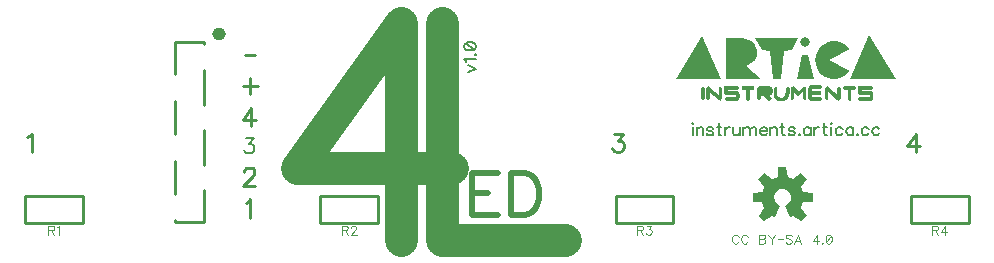
<source format=gbr>
G04 DipTrace 3.3.1.3*
G04 TopSilk.gbr*
%MOIN*%
G04 #@! TF.FileFunction,Legend,Top*
G04 #@! TF.Part,Single*
%ADD10C,0.009843*%
%ADD17O,0.04467X0.043737*%
%ADD19C,0.015584*%
%ADD20C,0.032777*%
%ADD21C,0.012511*%
%ADD22C,0.012511*%
%ADD23C,0.012438*%
%ADD24C,0.012438*%
%ADD25C,0.013974*%
%ADD26O,0.015584X0.014044*%
%ADD27O,0.026485X0.032763*%
%ADD28O,0.007829X0.006247*%
%ADD29C,0.014047*%
%ADD30O,0.015657X0.014044*%
%ADD31O,0.012438X0.014044*%
%ADD32O,0.012438X0.010921*%
%ADD45C,0.004632*%
%ADD46C,0.009264*%
%ADD47C,0.006176*%
%ADD48C,0.111163*%
%ADD49C,0.021615*%
%ADD50C,0.00772*%
%FSLAX26Y26*%
G04*
G70*
G90*
G75*
G01*
G04 TopSilk*
%LPD*%
X3934583Y584921D2*
D10*
X3742583D1*
Y674921D1*
X3934583D1*
Y584921D1*
X2950331D2*
X2758331D1*
Y674921D1*
X2950331D1*
Y584921D1*
X1966079D2*
X1774079D1*
Y674921D1*
X1966079D1*
Y584921D1*
X789827Y674921D2*
X981827D1*
Y584921D1*
X789827D1*
Y674921D1*
D17*
X1435911Y1213958D3*
X1289556Y680238D2*
D10*
Y790524D1*
Y585940D2*
Y593673D1*
Y585940D2*
X1387610D1*
Y692131D1*
Y778696D2*
Y892816D1*
X1289556Y880274D2*
Y990559D1*
X1387610Y978666D2*
Y1092852D1*
X1289556Y1080374D2*
Y1185850D1*
X1387610Y1178832D2*
Y1185850D1*
X1289556D1*
D19*
X3127554Y1033347D3*
G36*
X2960630Y1062987D2*
X3044988Y1206753D1*
X3110616Y1062987D1*
X2960630D1*
G37*
G36*
X3124444Y1200262D2*
X3183707D1*
X3191536Y1198712D1*
X3202437Y1194038D1*
X3210266Y1189363D1*
X3218021Y1183117D1*
X3222704Y1176870D1*
X3227386Y1167522D1*
X3228922Y1159702D1*
X3230532Y1148803D1*
X3228922Y1139433D1*
X3224240Y1128512D1*
X3218021Y1122265D1*
X3210266Y1116040D1*
X3200901Y1111344D1*
X3193072Y1108243D1*
X3241434Y1062987D1*
X3124444D1*
Y1200262D1*
G37*
G36*
X3222704D2*
X3366251D1*
X3345985Y1161275D1*
X3317890Y1156601D1*
X3308525Y1064559D1*
X3281966D1*
X3272601Y1156601D1*
X3244580Y1161275D1*
X3222704Y1200262D1*
G37*
G36*
X3380299Y1142556D2*
X3400565D1*
X3420832Y1062987D1*
X3361569D1*
X3380299Y1142556D1*
G37*
G36*
X3537821Y1089502D2*
X3469193Y1126961D1*
X3537821Y1162825D1*
X3528456Y1173746D1*
X3519091Y1179993D1*
X3506653Y1186240D1*
X3494142Y1189363D1*
X3480095D1*
X3467657Y1186240D1*
X3455146Y1181544D1*
X3444244Y1173746D1*
X3434879Y1162825D1*
X3428660Y1151905D1*
X3425514Y1139433D1*
X3423978Y1126961D1*
X3425514Y1112917D1*
X3428660Y1100423D1*
X3436416Y1087952D1*
X3445781Y1078604D1*
X3456682Y1070784D1*
X3469193Y1066110D1*
X3480095Y1062987D1*
X3494142D1*
X3506653Y1066110D1*
X3520701Y1072357D1*
X3537821Y1089502D1*
G37*
G36*
X3539357Y1064559D2*
X3603376Y1209633D1*
X3692270Y1062987D1*
X3539357Y1064559D1*
G37*
D20*
X3390396Y1185454D3*
G36*
X3043305Y1033347D2*
X3055816D1*
Y995910D1*
X3043305D1*
Y1033347D1*
G37*
D21*
X3049561Y1034909D3*
D22*
Y995910D3*
G36*
X3060499Y1033347D2*
X3072937D1*
Y995910D1*
X3060499D1*
Y1033347D1*
G37*
D23*
X3066718Y1034909D3*
D24*
Y995910D3*
G36*
X3101032Y1033347D2*
X3113543D1*
Y995910D1*
X3101032D1*
Y1033347D1*
G37*
D21*
X3107287Y1034909D3*
D22*
Y995910D3*
G36*
X3193072Y1031797D2*
X3205583D1*
Y994360D1*
X3193072D1*
Y1031797D1*
G37*
D21*
X3199328Y1033358D3*
Y994349D3*
D25*
X3164209Y1015404D3*
D26*
X3163404Y998258D3*
D19*
X3573708Y1033347D3*
G36*
X3180561Y1041145D2*
X3218021D1*
Y1028673D1*
X3180561D1*
Y1041145D1*
G37*
D21*
X3182134Y1034909D3*
D23*
X3216485D3*
G36*
X3230532Y1033347D2*
X3242970D1*
Y995910D1*
X3230532D1*
Y1033347D1*
G37*
D23*
X3236751Y1034909D3*
D24*
Y995910D3*
G36*
X3285112Y1033347D2*
X3297623D1*
Y1014629D1*
X3285112D1*
Y1033347D1*
G37*
D21*
X3291368Y1034909D3*
G36*
X3236751Y1041145D2*
X3271065D1*
Y1008382D1*
X3236751D1*
Y1041145D1*
G37*
G36*
X3325645Y1033347D2*
X3338156D1*
Y1019303D1*
X3325645D1*
Y1033347D1*
G37*
D21*
X3331901Y1034909D3*
D27*
X3268724Y1024763D3*
G36*
X3531602Y1031797D2*
X3544040D1*
Y994360D1*
X3531602D1*
Y1031797D1*
G37*
D23*
X3537821Y1033358D3*
Y994349D3*
G36*
X3519091Y1041145D2*
X3556551D1*
Y1028673D1*
X3519091D1*
Y1041145D1*
G37*
D21*
X3520664Y1034909D3*
X3554978D3*
G36*
X3398956Y1033347D2*
X3411467D1*
Y995910D1*
X3398956D1*
Y1033347D1*
G37*
D21*
X3405211Y1034909D3*
D22*
Y995910D3*
G36*
X3381835Y1033347D2*
X3394346D1*
Y995910D1*
X3381835D1*
Y1033347D1*
G37*
D21*
X3388091Y1034909D3*
D22*
Y995910D3*
G36*
X3341302Y1033347D2*
X3353740D1*
Y995910D1*
X3341302D1*
Y1033347D1*
G37*
D23*
X3347521Y1034909D3*
D24*
Y995910D3*
G36*
X3288259Y1017752D2*
X3297623D1*
Y1008382D1*
X3288259D1*
Y1017752D1*
G37*
D28*
X3367020Y1009955D3*
D29*
X3610400Y1015404D3*
D30*
X3609595Y998258D3*
G36*
X3575281Y1041145D2*
X3612741D1*
Y1028673D1*
X3575281D1*
Y1041145D1*
G37*
D23*
X3576817Y1034909D3*
D21*
X3611168D3*
G36*
X3570599Y1022426D2*
X3608059D1*
Y1011505D1*
X3570599D1*
Y1022426D1*
G37*
D31*
X3572135Y1018528D3*
G36*
X3570599Y1002157D2*
X3608059D1*
Y991236D1*
X3570599D1*
Y1002157D1*
G37*
G36*
X3066718Y1041145D2*
X3110397Y1002157D1*
X3108860Y989663D1*
X3102568Y992787D1*
X3066718Y1023999D1*
Y1041145D1*
G37*
G36*
X3455146Y1033347D2*
X3467657D1*
Y995910D1*
X3455146D1*
Y1033347D1*
G37*
D21*
X3461401Y1034909D3*
D22*
Y995910D3*
G36*
X3495679Y1033347D2*
X3508190D1*
Y995910D1*
X3495679D1*
Y1033347D1*
G37*
D21*
X3501934Y1034909D3*
D22*
Y995910D3*
G36*
X3461365Y1041145D2*
X3505044Y1002157D1*
X3503507Y989663D1*
X3497288Y992787D1*
X3461365Y1023999D1*
Y1041145D1*
G37*
G36*
X3129127D2*
X3166514D1*
Y1028673D1*
X3129127D1*
Y1041145D1*
G37*
D23*
X3130663Y1034909D3*
X3164977D3*
G36*
X3124444Y1022426D2*
X3161904D1*
Y1011505D1*
X3124444D1*
Y1022426D1*
G37*
D31*
X3125981Y1018528D3*
D32*
X3570599Y996697D3*
G36*
X3124444Y1002157D2*
X3161904D1*
Y991236D1*
X3124444D1*
Y1002157D1*
G37*
D32*
Y996697D3*
D23*
X3160295Y997472D3*
D22*
X3274174Y995910D3*
G36*
X3249262Y1009955D2*
X3269529Y991236D1*
X3278894Y1000584D1*
X3266382Y1013078D1*
X3249262Y1009955D1*
G37*
G36*
X3310061Y989663D2*
X3320963D1*
X3331937Y997483D1*
X3336620Y1008382D1*
X3338156Y1020876D1*
X3325645Y1022426D1*
X3324109Y1009955D1*
X3310061Y989663D1*
G37*
G36*
X3285112Y1020876D2*
Y1005281D1*
X3296014Y991236D1*
X3313207Y989663D1*
X3327255Y999034D1*
X3319426Y1003708D1*
X3313207Y1000584D1*
X3303842Y1002157D1*
X3285112Y1020876D1*
G37*
G36*
X3349058Y1041145D2*
X3367788Y1023999D1*
X3384981Y1039594D1*
X3391200Y1030224D1*
X3370934Y1009955D1*
X3363105D1*
X3349058Y1023999D1*
Y1041145D1*
G37*
G36*
X3119762Y1031797D2*
X3132200D1*
Y1019303D1*
X3119762D1*
Y1031797D1*
G37*
G36*
X3160295Y1013078D2*
X3171196D1*
Y999034D1*
X3160295D1*
Y1013078D1*
G37*
G36*
X3405248Y1042717D2*
X3442635D1*
Y1030224D1*
X3405248D1*
Y1042717D1*
G37*
D24*
X3406784Y1036471D3*
X3441098D3*
G36*
X3403638Y1022426D2*
X3441098D1*
Y1009955D1*
X3403638D1*
Y1022426D1*
G37*
D21*
X3405211Y1016190D3*
D23*
X3439562D3*
G36*
X3405248Y1002157D2*
X3442635D1*
Y989663D1*
X3405248D1*
Y1002157D1*
G37*
D24*
X3406784Y995910D3*
X3441098D3*
D21*
X3606486Y997472D3*
G36*
X3565916Y1031797D2*
X3578354D1*
Y1019303D1*
X3565916D1*
Y1031797D1*
G37*
G36*
X3606449Y1013078D2*
X3617424D1*
Y999034D1*
X3606449D1*
Y1013078D1*
G37*
G36*
X3300923Y769132D2*
X3327441D1*
X3332113Y737934D1*
X3350843Y730130D1*
X3375803Y750420D1*
X3396071Y730130D1*
X3375803Y705176D1*
X3383611Y688007D1*
X3414801Y683325D1*
Y655249D1*
X3383611Y652127D1*
X3375803Y633416D1*
X3394513Y608443D1*
X3375803Y589732D1*
X3350843Y608443D1*
X3339921Y603779D1*
X3324326Y641220D1*
X3335248Y650566D1*
X3343036Y661492D1*
Y673978D1*
X3339921Y684886D1*
X3330556Y692689D1*
X3319633Y697372D1*
X3307153D1*
X3296231Y691129D1*
X3290001Y681764D1*
X3286886Y669296D1*
X3290001Y656809D1*
X3297808Y645884D1*
X3305596Y641220D1*
X3290001Y603779D1*
X3279078Y608443D1*
X3254118Y589732D1*
X3235408Y608443D1*
X3254118Y634976D1*
X3246311Y652127D1*
X3215121Y655249D1*
Y683325D1*
X3247888Y686446D1*
X3254118Y705176D1*
X3233851Y730130D1*
X3254118Y748860D1*
X3279078Y730130D1*
X3297808Y736373D1*
X3300923Y769132D1*
G37*
X3813142Y560387D2*
D45*
X3826042D1*
X3830353Y561846D1*
X3831812Y563272D1*
X3833238Y566124D1*
Y569009D1*
X3831812Y571861D1*
X3830353Y573320D1*
X3826042Y574746D1*
X3813142D1*
Y544602D1*
X3823190Y560387D2*
X3833238Y544602D1*
X3856860D2*
Y574713D1*
X3842501Y554650D1*
X3864023D1*
X2829603Y560387D2*
X2842503D1*
X2846814Y561846D1*
X2848273Y563272D1*
X2849699Y566124D1*
Y569009D1*
X2848273Y571861D1*
X2846814Y573320D1*
X2842503Y574746D1*
X2829603D1*
Y544602D1*
X2839651Y560387D2*
X2849699Y544602D1*
X2861848Y574713D2*
X2877599D1*
X2869010Y563239D1*
X2873322D1*
X2876173Y561813D1*
X2877599Y560387D1*
X2879058Y556076D1*
Y553224D1*
X2877599Y548913D1*
X2874747Y546028D1*
X2870436Y544602D1*
X2866125D1*
X2861848Y546028D1*
X2860422Y547487D1*
X2858962Y550339D1*
X1845351Y560387D2*
X1858251D1*
X1862562Y561846D1*
X1864021Y563272D1*
X1865447Y566124D1*
Y569009D1*
X1864021Y571861D1*
X1862562Y573320D1*
X1858251Y574746D1*
X1845351D1*
Y544602D1*
X1855399Y560387D2*
X1865447Y544602D1*
X1876170Y567550D2*
Y568976D1*
X1877596Y571861D1*
X1879022Y573287D1*
X1881907Y574713D1*
X1887644D1*
X1890495Y573287D1*
X1891921Y571861D1*
X1893381Y568976D1*
Y566124D1*
X1891921Y563239D1*
X1889070Y558961D1*
X1874711Y544602D1*
X1894807D1*
X867549Y560387D2*
X880449D1*
X884760Y561846D1*
X886219Y563272D1*
X887645Y566124D1*
Y569009D1*
X886219Y571861D1*
X884760Y573320D1*
X880449Y574746D1*
X867549D1*
Y544602D1*
X877597Y560387D2*
X887645Y544602D1*
X896909Y568976D2*
X899794Y570435D1*
X904105Y574713D1*
Y544602D1*
X1768533Y885427D2*
D46*
Y888279D1*
X1771385Y894049D1*
X1774237Y896901D1*
X1780007Y899753D1*
X1791481D1*
X1797185Y896901D1*
X1800037Y894049D1*
X1802955Y888279D1*
Y882575D1*
X1800037Y876805D1*
X1794333Y868249D1*
X1765615Y839531D1*
X1805807D1*
X2752634Y881003D2*
X2784138D1*
X2766960Y858055D1*
X2775582D1*
X2781286Y855203D1*
X2784138Y852351D1*
X2787056Y843729D1*
Y838026D1*
X2784138Y829404D1*
X2778434Y823633D1*
X2769812Y820782D1*
X2761190D1*
X2752634Y823633D1*
X2749782Y826552D1*
X2746864Y832255D1*
X3758603Y820782D2*
Y881003D1*
X3729885Y840878D1*
X3772929D1*
X3012611Y916668D2*
D47*
X3014513Y914767D1*
X3016458Y916668D1*
X3014513Y918613D1*
X3012611Y916668D1*
X3014513Y903271D2*
Y876476D1*
X3028810Y903271D2*
Y876476D1*
Y895621D2*
X3034558Y901369D1*
X3038404Y903271D1*
X3044108D1*
X3047955Y901369D1*
X3049856Y895621D1*
Y876476D1*
X3083254Y897523D2*
X3081353Y901369D1*
X3075605Y903271D1*
X3069857D1*
X3064109Y901369D1*
X3062208Y897523D1*
X3064109Y893720D1*
X3067956Y891775D1*
X3077506Y889873D1*
X3081353Y887972D1*
X3083254Y884125D1*
Y882224D1*
X3081353Y878421D1*
X3075605Y876476D1*
X3069857D1*
X3064109Y878421D1*
X3062208Y882224D1*
X3101354Y916668D2*
Y884125D1*
X3103255Y878421D1*
X3107102Y876476D1*
X3110904D1*
X3095606Y903271D2*
X3109003D1*
X3123256D2*
Y876476D1*
Y891775D2*
X3125201Y897523D1*
X3129004Y901369D1*
X3132850Y903271D1*
X3138599D1*
X3150950D2*
Y884125D1*
X3152851Y878421D1*
X3156698Y876476D1*
X3162446D1*
X3166249Y878421D1*
X3171997Y884125D1*
Y903271D2*
Y876476D1*
X3184348Y903271D2*
Y876476D1*
Y895621D2*
X3190096Y901369D1*
X3193943Y903271D1*
X3199647D1*
X3203493Y901369D1*
X3205395Y895621D1*
Y876476D1*
Y895621D2*
X3211143Y901369D1*
X3214989Y903271D1*
X3220693D1*
X3224540Y901369D1*
X3226485Y895621D1*
Y876476D1*
X3238837Y891775D2*
X3261785D1*
Y895621D1*
X3259883Y899468D1*
X3257982Y901369D1*
X3254135Y903271D1*
X3248387D1*
X3244585Y901369D1*
X3240738Y897523D1*
X3238837Y891775D1*
Y887972D1*
X3240738Y882224D1*
X3244585Y878421D1*
X3248387Y876476D1*
X3254135D1*
X3257982Y878421D1*
X3261785Y882224D1*
X3274136Y903271D2*
Y876476D1*
Y895621D2*
X3279884Y901369D1*
X3283731Y903271D1*
X3289435D1*
X3293282Y901369D1*
X3295183Y895621D1*
Y876476D1*
X3313282Y916668D2*
Y884125D1*
X3315183Y878421D1*
X3319030Y876476D1*
X3322833D1*
X3307534Y903271D2*
X3320932D1*
X3356231Y897523D2*
X3354330Y901369D1*
X3348582Y903271D1*
X3342833D1*
X3337085Y901369D1*
X3335184Y897523D1*
X3337085Y893720D1*
X3340932Y891775D1*
X3350483Y889873D1*
X3354330Y887972D1*
X3356231Y884125D1*
Y882224D1*
X3354330Y878421D1*
X3348582Y876476D1*
X3342833D1*
X3337085Y878421D1*
X3335184Y882224D1*
X3370484Y880323D2*
X3368582Y878377D1*
X3370484Y876476D1*
X3372429Y878377D1*
X3370484Y880323D1*
X3407728Y903271D2*
Y876476D1*
Y897523D2*
X3403926Y901369D1*
X3400079Y903271D1*
X3394375D1*
X3390528Y901369D1*
X3386726Y897523D1*
X3384780Y891775D1*
Y887972D1*
X3386726Y882224D1*
X3390528Y878421D1*
X3394375Y876476D1*
X3400079D1*
X3403926Y878421D1*
X3407728Y882224D1*
X3420080Y903271D2*
Y876476D1*
Y891775D2*
X3422025Y897523D1*
X3425828Y901369D1*
X3429674Y903271D1*
X3435423D1*
X3453522Y916668D2*
Y884125D1*
X3455423Y878421D1*
X3459270Y876476D1*
X3463073D1*
X3447774Y903271D2*
X3461171D1*
X3475424Y916668D2*
X3477325Y914767D1*
X3479271Y916668D1*
X3477325Y918613D1*
X3475424Y916668D1*
X3477325Y903271D2*
Y876476D1*
X3514614Y897523D2*
X3510767Y901369D1*
X3506921Y903271D1*
X3501217D1*
X3497370Y901369D1*
X3493568Y897523D1*
X3491622Y891775D1*
Y887972D1*
X3493568Y882224D1*
X3497370Y878421D1*
X3501217Y876476D1*
X3506921D1*
X3510767Y878421D1*
X3514614Y882224D1*
X3549914Y903271D2*
Y876476D1*
Y897523D2*
X3546111Y901369D1*
X3542264Y903271D1*
X3536560D1*
X3532714Y901369D1*
X3528911Y897523D1*
X3526966Y891775D1*
Y887972D1*
X3528911Y882224D1*
X3532714Y878421D1*
X3536560Y876476D1*
X3542264D1*
X3546111Y878421D1*
X3549914Y882224D1*
X3564166Y880323D2*
X3562265Y878377D1*
X3564166Y876476D1*
X3566112Y878377D1*
X3564166Y880323D1*
X3601455Y897523D2*
X3597608Y901369D1*
X3593762Y903271D1*
X3588058D1*
X3584211Y901369D1*
X3580409Y897523D1*
X3578463Y891775D1*
Y887972D1*
X3580409Y882224D1*
X3584211Y878421D1*
X3588058Y876476D1*
X3593762D1*
X3597608Y878421D1*
X3601455Y882224D1*
X3636799Y897523D2*
X3632952Y901369D1*
X3629105Y903271D1*
X3623401D1*
X3619555Y901369D1*
X3615752Y897523D1*
X3613807Y891775D1*
Y887972D1*
X3615752Y882224D1*
X3619555Y878421D1*
X3623401Y876476D1*
X3629105D1*
X3632952Y878421D1*
X3636799Y882224D1*
X2041176Y526856D2*
D48*
Y1249516D1*
X1696559Y768008D1*
X2213086D1*
X796863Y869311D2*
D46*
X802633Y872230D1*
X811255Y880785D1*
Y820564D1*
X2177808Y1250312D2*
D48*
Y526856D1*
X2590871D1*
X2266093Y1085986D2*
D47*
X2292888Y1097482D1*
X2266093Y1108933D1*
X2260389Y1121285D2*
X2258444Y1125132D1*
X2252740Y1130880D1*
X2292888D1*
X2289041Y1145132D2*
X2290986Y1143231D1*
X2292888Y1145132D1*
X2290986Y1147078D1*
X2289041Y1145132D1*
X2252740Y1170925D2*
X2254641Y1165177D1*
X2260389Y1161330D1*
X2269940Y1159429D1*
X2275688D1*
X2285238Y1161330D1*
X2290986Y1165177D1*
X2292888Y1170925D1*
Y1174728D1*
X2290986Y1180476D1*
X2285238Y1184278D1*
X2275688Y1186224D1*
X2269940D1*
X2260389Y1184278D1*
X2254641Y1180476D1*
X2252740Y1174728D1*
Y1170925D1*
X2260389Y1184278D2*
X2285238Y1161330D1*
X2365011Y750811D2*
D49*
X2278038D1*
Y610139D1*
X2365011D1*
X2278038Y683802D2*
X2331584D1*
X2408240Y750811D2*
Y610139D1*
X2455131D1*
X2475249Y616948D1*
X2488713Y630257D1*
X2495367Y643721D1*
X2502022Y663684D1*
Y697266D1*
X2495367Y717384D1*
X2488713Y730693D1*
X2475249Y744156D1*
X2455131Y750811D1*
X2408240D1*
X3167755Y537897D2*
D45*
X3166329Y540749D1*
X3163444Y543634D1*
X3160592Y545060D1*
X3154855D1*
X3151970Y543634D1*
X3149118Y540749D1*
X3147659Y537897D1*
X3146233Y533586D1*
Y526390D1*
X3147659Y522112D1*
X3149118Y519227D1*
X3151970Y516375D1*
X3154855Y514916D1*
X3160592D1*
X3163444Y516375D1*
X3166329Y519227D1*
X3167755Y522112D1*
X3198541Y537897D2*
X3197115Y540749D1*
X3194230Y543634D1*
X3191378Y545060D1*
X3185641D1*
X3182756Y543634D1*
X3179904Y540749D1*
X3178445Y537897D1*
X3177019Y533586D1*
Y526390D1*
X3178445Y522112D1*
X3179904Y519227D1*
X3182756Y516375D1*
X3185641Y514916D1*
X3191378D1*
X3194230Y516375D1*
X3197115Y519227D1*
X3198541Y522112D1*
X3236965Y545060D2*
Y514916D1*
X3249898D1*
X3254209Y516375D1*
X3255635Y517801D1*
X3257061Y520653D1*
Y524964D1*
X3255635Y527849D1*
X3254209Y529275D1*
X3249898Y530701D1*
X3254209Y532160D1*
X3255635Y533586D1*
X3257061Y536438D1*
Y539323D1*
X3255635Y542175D1*
X3254209Y543634D1*
X3249898Y545060D1*
X3236965D1*
Y530701D2*
X3249898D1*
X3266324Y545060D2*
X3277798Y530701D1*
Y514916D1*
X3289272Y545060D2*
X3277798Y530701D1*
X3298536Y529971D2*
X3315117D1*
X3344476Y540749D2*
X3341624Y543634D1*
X3337313Y545060D1*
X3331576D1*
X3327265Y543634D1*
X3324380Y540749D1*
Y537897D1*
X3325839Y535012D1*
X3327265Y533586D1*
X3330117Y532160D1*
X3338739Y529275D1*
X3341624Y527849D1*
X3343050Y526390D1*
X3344476Y523538D1*
Y519227D1*
X3341624Y516375D1*
X3337313Y514916D1*
X3331576D1*
X3327265Y516375D1*
X3324380Y519227D1*
X3376721Y514916D2*
X3365214Y545060D1*
X3353740Y514916D1*
X3358051Y524964D2*
X3372410D1*
X3429504Y514916D2*
Y545027D1*
X3415145Y524964D1*
X3436667D1*
X3447356Y517801D2*
X3445930Y516342D1*
X3447356Y514916D1*
X3448816Y516342D1*
X3447356Y517801D1*
X3466701Y545027D2*
X3462390Y543601D1*
X3459505Y539290D1*
X3458079Y532127D1*
Y527816D1*
X3459505Y520653D1*
X3462390Y516342D1*
X3466701Y514916D1*
X3469553D1*
X3473864Y516342D1*
X3476716Y520653D1*
X3478175Y527816D1*
Y532127D1*
X3476716Y539290D1*
X3473864Y543601D1*
X3469553Y545027D1*
X3466701D1*
X3476716Y539290D2*
X3459505Y520653D1*
X1519675Y754177D2*
D46*
Y757029D1*
X1522527Y762799D1*
X1525378Y765651D1*
X1531149Y768503D1*
X1542623D1*
X1548326Y765651D1*
X1551178Y762799D1*
X1554097Y757029D1*
Y751325D1*
X1551178Y745555D1*
X1545474Y737000D1*
X1516756Y708282D1*
X1556948D1*
X1524208Y1144643D2*
X1557370D1*
X1540756Y1066542D2*
Y1014876D1*
X1514956Y1040675D2*
X1566622D1*
X1544048Y906659D2*
Y966881D1*
X1515330Y926755D1*
X1558374D1*
X1524914Y866350D2*
D50*
X1551167D1*
X1536852Y847226D1*
X1544037D1*
X1548790Y844850D1*
X1551167Y842473D1*
X1553599Y835288D1*
Y830535D1*
X1551167Y823350D1*
X1546414Y818541D1*
X1539228Y816165D1*
X1532043D1*
X1524914Y818541D1*
X1522537Y820973D1*
X1520105Y825726D1*
X1525718Y650781D2*
D46*
X1531489Y653699D1*
X1540111Y662255D1*
Y602033D1*
M02*

</source>
